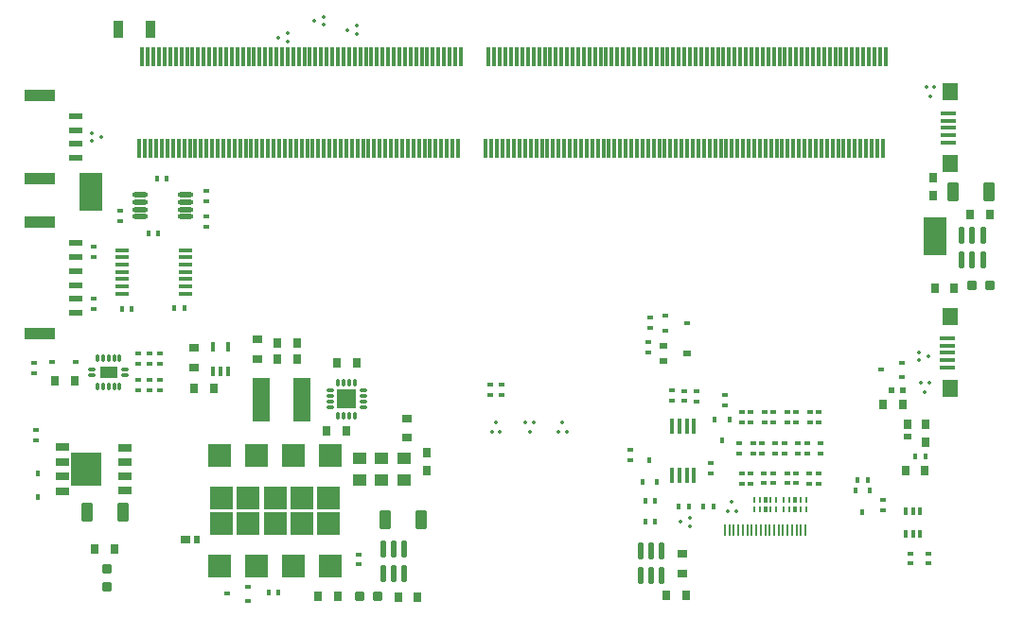
<source format=gtp>
G04*
G04 #@! TF.GenerationSoftware,Altium Limited,Altium Designer,20.1.11 (218)*
G04*
G04 Layer_Color=8421504*
%FSLAX44Y44*%
%MOMM*%
G71*
G04*
G04 #@! TF.SameCoordinates,4E8BECB8-10D7-4487-B94D-AC5258AA6689*
G04*
G04*
G04 #@! TF.FilePolarity,Positive*
G04*
G01*
G75*
%ADD19R,0.3000X1.7500*%
%ADD20R,2.0000X3.5000*%
%ADD21R,0.5500X0.7000*%
%ADD22R,0.9500X0.7000*%
%ADD23R,0.7000X0.9500*%
%ADD24R,0.7000X0.5500*%
%ADD25R,1.2500X0.6000*%
%ADD26R,2.7000X1.0000*%
%ADD27R,1.2000X0.6500*%
%ADD28R,0.5900X0.4500*%
%ADD29R,0.3500X0.8500*%
G04:AMPARAMS|DCode=30|XSize=0.4mm|YSize=1.2mm|CornerRadius=0.05mm|HoleSize=0mm|Usage=FLASHONLY|Rotation=270.000|XOffset=0mm|YOffset=0mm|HoleType=Round|Shape=RoundedRectangle|*
%AMROUNDEDRECTD30*
21,1,0.4000,1.1000,0,0,270.0*
21,1,0.3000,1.2000,0,0,270.0*
1,1,0.1000,-0.5500,-0.1500*
1,1,0.1000,-0.5500,0.1500*
1,1,0.1000,0.5500,0.1500*
1,1,0.1000,0.5500,-0.1500*
%
%ADD30ROUNDEDRECTD30*%
%ADD31O,0.3000X0.8000*%
%ADD32O,0.8000X0.3000*%
%ADD33R,1.5000X1.0000*%
G04:AMPARAMS|DCode=34|XSize=0.4mm|YSize=0.65mm|CornerRadius=0.05mm|HoleSize=0mm|Usage=FLASHONLY|Rotation=0.000|XOffset=0mm|YOffset=0mm|HoleType=Round|Shape=RoundedRectangle|*
%AMROUNDEDRECTD34*
21,1,0.4000,0.5500,0,0,0.0*
21,1,0.3000,0.6500,0,0,0.0*
1,1,0.1000,0.1500,-0.2750*
1,1,0.1000,-0.1500,-0.2750*
1,1,0.1000,-0.1500,0.2750*
1,1,0.1000,0.1500,0.2750*
%
%ADD34ROUNDEDRECTD34*%
%ADD35R,0.2300X1.0000*%
%ADD36R,0.8000X0.9000*%
%ADD37R,0.9000X1.6000*%
G04:AMPARAMS|DCode=38|XSize=0.2mm|YSize=0.565mm|CornerRadius=0.05mm|HoleSize=0mm|Usage=FLASHONLY|Rotation=180.000|XOffset=0mm|YOffset=0mm|HoleType=Round|Shape=RoundedRectangle|*
%AMROUNDEDRECTD38*
21,1,0.2000,0.4650,0,0,180.0*
21,1,0.1000,0.5650,0,0,180.0*
1,1,0.1000,-0.0500,0.2325*
1,1,0.1000,0.0500,0.2325*
1,1,0.1000,0.0500,-0.2325*
1,1,0.1000,-0.0500,-0.2325*
%
%ADD38ROUNDEDRECTD38*%
G04:AMPARAMS|DCode=39|XSize=0.34mm|YSize=0.505mm|CornerRadius=0.02mm|HoleSize=0mm|Usage=FLASHONLY|Rotation=180.000|XOffset=0mm|YOffset=0mm|HoleType=Round|Shape=RoundedRectangle|*
%AMROUNDEDRECTD39*
21,1,0.3400,0.4650,0,0,180.0*
21,1,0.3000,0.5050,0,0,180.0*
1,1,0.0400,-0.1500,0.2325*
1,1,0.0400,0.1500,0.2325*
1,1,0.0400,0.1500,-0.2325*
1,1,0.0400,-0.1500,-0.2325*
%
%ADD39ROUNDEDRECTD39*%
%ADD40R,1.3000X1.0000*%
G04:AMPARAMS|DCode=41|XSize=0.5mm|YSize=0.4mm|CornerRadius=0.02mm|HoleSize=0mm|Usage=FLASHONLY|Rotation=270.000|XOffset=0mm|YOffset=0mm|HoleType=Round|Shape=RoundedRectangle|*
%AMROUNDEDRECTD41*
21,1,0.5000,0.3600,0,0,270.0*
21,1,0.4600,0.4000,0,0,270.0*
1,1,0.0400,-0.1800,-0.2300*
1,1,0.0400,-0.1800,0.2300*
1,1,0.0400,0.1800,0.2300*
1,1,0.0400,0.1800,-0.2300*
%
%ADD41ROUNDEDRECTD41*%
G04:AMPARAMS|DCode=42|XSize=0.5mm|YSize=0.4mm|CornerRadius=0.02mm|HoleSize=0mm|Usage=FLASHONLY|Rotation=0.000|XOffset=0mm|YOffset=0mm|HoleType=Round|Shape=RoundedRectangle|*
%AMROUNDEDRECTD42*
21,1,0.5000,0.3600,0,0,0.0*
21,1,0.4600,0.4000,0,0,0.0*
1,1,0.0400,0.2300,-0.1800*
1,1,0.0400,-0.2300,-0.1800*
1,1,0.0400,-0.2300,0.1800*
1,1,0.0400,0.2300,0.1800*
%
%ADD42ROUNDEDRECTD42*%
%ADD43R,2.0000X2.0000*%
%ADD44R,0.5000X0.4000*%
%ADD45R,0.4000X0.5000*%
%ADD46R,1.4000X1.6000*%
%ADD47R,1.3500X0.4000*%
%ADD48R,0.7000X0.5000*%
%ADD49R,1.5000X4.0000*%
G04:AMPARAMS|DCode=50|XSize=0.8mm|YSize=0.7mm|CornerRadius=0.035mm|HoleSize=0mm|Usage=FLASHONLY|Rotation=0.000|XOffset=0mm|YOffset=0mm|HoleType=Round|Shape=RoundedRectangle|*
%AMROUNDEDRECTD50*
21,1,0.8000,0.6300,0,0,0.0*
21,1,0.7300,0.7000,0,0,0.0*
1,1,0.0700,0.3650,-0.3150*
1,1,0.0700,-0.3650,-0.3150*
1,1,0.0700,-0.3650,0.3150*
1,1,0.0700,0.3650,0.3150*
%
%ADD50ROUNDEDRECTD50*%
G04:AMPARAMS|DCode=51|XSize=0.8mm|YSize=0.7mm|CornerRadius=0.035mm|HoleSize=0mm|Usage=FLASHONLY|Rotation=90.000|XOffset=0mm|YOffset=0mm|HoleType=Round|Shape=RoundedRectangle|*
%AMROUNDEDRECTD51*
21,1,0.8000,0.6300,0,0,90.0*
21,1,0.7300,0.7000,0,0,90.0*
1,1,0.0700,0.3150,0.3650*
1,1,0.0700,0.3150,-0.3650*
1,1,0.0700,-0.3150,-0.3650*
1,1,0.0700,-0.3150,0.3650*
%
%ADD51ROUNDEDRECTD51*%
%ADD52O,0.5000X1.6000*%
G04:AMPARAMS|DCode=53|XSize=0.3mm|YSize=0.3mm|CornerRadius=0.03mm|HoleSize=0mm|Usage=FLASHONLY|Rotation=180.000|XOffset=0mm|YOffset=0mm|HoleType=Round|Shape=RoundedRectangle|*
%AMROUNDEDRECTD53*
21,1,0.3000,0.2400,0,0,180.0*
21,1,0.2400,0.3000,0,0,180.0*
1,1,0.0600,-0.1200,0.1200*
1,1,0.0600,0.1200,0.1200*
1,1,0.0600,0.1200,-0.1200*
1,1,0.0600,-0.1200,-0.1200*
%
%ADD53ROUNDEDRECTD53*%
G04:AMPARAMS|DCode=54|XSize=0.3mm|YSize=0.3mm|CornerRadius=0.03mm|HoleSize=0mm|Usage=FLASHONLY|Rotation=270.000|XOffset=0mm|YOffset=0mm|HoleType=Round|Shape=RoundedRectangle|*
%AMROUNDEDRECTD54*
21,1,0.3000,0.2400,0,0,270.0*
21,1,0.2400,0.3000,0,0,270.0*
1,1,0.0600,-0.1200,-0.1200*
1,1,0.0600,-0.1200,0.1200*
1,1,0.0600,0.1200,0.1200*
1,1,0.0600,0.1200,-0.1200*
%
%ADD54ROUNDEDRECTD54*%
%ADD55R,0.4500X1.4500*%
G04:AMPARAMS|DCode=56|XSize=1.7mm|YSize=1.7mm|CornerRadius=0.085mm|HoleSize=0mm|Usage=FLASHONLY|Rotation=270.000|XOffset=0mm|YOffset=0mm|HoleType=Round|Shape=RoundedRectangle|*
%AMROUNDEDRECTD56*
21,1,1.7000,1.5300,0,0,270.0*
21,1,1.5300,1.7000,0,0,270.0*
1,1,0.1700,-0.7650,-0.7650*
1,1,0.1700,-0.7650,0.7650*
1,1,0.1700,0.7650,0.7650*
1,1,0.1700,0.7650,-0.7650*
%
%ADD56ROUNDEDRECTD56*%
G04:AMPARAMS|DCode=57|XSize=1mm|YSize=1.7mm|CornerRadius=0.05mm|HoleSize=0mm|Usage=FLASHONLY|Rotation=180.000|XOffset=0mm|YOffset=0mm|HoleType=Round|Shape=RoundedRectangle|*
%AMROUNDEDRECTD57*
21,1,1.0000,1.6000,0,0,180.0*
21,1,0.9000,1.7000,0,0,180.0*
1,1,0.1000,-0.4500,0.8000*
1,1,0.1000,0.4500,0.8000*
1,1,0.1000,0.4500,-0.8000*
1,1,0.1000,-0.4500,-0.8000*
%
%ADD57ROUNDEDRECTD57*%
G04:AMPARAMS|DCode=58|XSize=0.8mm|YSize=0.8mm|CornerRadius=0.04mm|HoleSize=0mm|Usage=FLASHONLY|Rotation=0.000|XOffset=0mm|YOffset=0mm|HoleType=Round|Shape=RoundedRectangle|*
%AMROUNDEDRECTD58*
21,1,0.8000,0.7200,0,0,0.0*
21,1,0.7200,0.8000,0,0,0.0*
1,1,0.0800,0.3600,-0.3600*
1,1,0.0800,-0.3600,-0.3600*
1,1,0.0800,-0.3600,0.3600*
1,1,0.0800,0.3600,0.3600*
%
%ADD58ROUNDEDRECTD58*%
G04:AMPARAMS|DCode=59|XSize=0.8mm|YSize=0.8mm|CornerRadius=0.04mm|HoleSize=0mm|Usage=FLASHONLY|Rotation=90.000|XOffset=0mm|YOffset=0mm|HoleType=Round|Shape=RoundedRectangle|*
%AMROUNDEDRECTD59*
21,1,0.8000,0.7200,0,0,90.0*
21,1,0.7200,0.8000,0,0,90.0*
1,1,0.0800,0.3600,0.3600*
1,1,0.0800,0.3600,-0.3600*
1,1,0.0800,-0.3600,-0.3600*
1,1,0.0800,-0.3600,0.3600*
%
%ADD59ROUNDEDRECTD59*%
%ADD60R,0.4500X0.6000*%
%ADD61O,1.4000X0.4500*%
%ADD62R,0.6000X0.5000*%
G36*
X72498Y113252D02*
X45503D01*
Y142247D01*
X72498D01*
Y113252D01*
D02*
G37*
D19*
X611945Y414975D02*
D03*
X616945D02*
D03*
X626945D02*
D03*
X631945D02*
D03*
X641945D02*
D03*
X646945D02*
D03*
X656945D02*
D03*
X661945D02*
D03*
X671945D02*
D03*
X676945D02*
D03*
X716945D02*
D03*
X721945D02*
D03*
X701945D02*
D03*
X706945D02*
D03*
X686945D02*
D03*
X691945D02*
D03*
X731945D02*
D03*
X736945D02*
D03*
X761945D02*
D03*
X766945D02*
D03*
X719445Y496975D02*
D03*
X724445D02*
D03*
X704445D02*
D03*
X709445D02*
D03*
X689445D02*
D03*
X694445D02*
D03*
X291945Y414975D02*
D03*
X296945D02*
D03*
X336945D02*
D03*
X341945D02*
D03*
X499445Y496975D02*
D03*
X504445D02*
D03*
X734445D02*
D03*
X739445D02*
D03*
X349445D02*
D03*
X354445D02*
D03*
X614445D02*
D03*
X619445D02*
D03*
X674445D02*
D03*
X679445D02*
D03*
X109445D02*
D03*
X106945Y414975D02*
D03*
X114444Y496975D02*
D03*
X111945Y414975D02*
D03*
X119445Y496975D02*
D03*
X116945Y414975D02*
D03*
X124445Y496975D02*
D03*
X121945Y414975D02*
D03*
X129445Y496975D02*
D03*
X126945Y414975D02*
D03*
X134445Y496975D02*
D03*
X131945Y414975D02*
D03*
X139445Y496975D02*
D03*
X136945Y414975D02*
D03*
X144445Y496975D02*
D03*
X141945Y414975D02*
D03*
X149445Y496975D02*
D03*
X146945Y414975D02*
D03*
X154445Y496975D02*
D03*
X151945Y414975D02*
D03*
X159445Y496975D02*
D03*
X156945Y414975D02*
D03*
X164445Y496975D02*
D03*
X161945Y414975D02*
D03*
X169445Y496975D02*
D03*
X166945Y414975D02*
D03*
X174445Y496975D02*
D03*
X171945Y414975D02*
D03*
X179445Y496975D02*
D03*
X176945Y414975D02*
D03*
X184445Y496975D02*
D03*
X181945Y414975D02*
D03*
X189445Y496975D02*
D03*
X186945Y414975D02*
D03*
X194445Y496975D02*
D03*
X191945Y414975D02*
D03*
X199445Y496975D02*
D03*
X196945Y414975D02*
D03*
X204445Y496975D02*
D03*
X201945Y414975D02*
D03*
X209445Y496975D02*
D03*
X206945Y414975D02*
D03*
X214445Y496975D02*
D03*
X211945Y414975D02*
D03*
X219445Y496975D02*
D03*
X216945Y414975D02*
D03*
X224445Y496975D02*
D03*
X221945Y414975D02*
D03*
X229445Y496975D02*
D03*
X226945Y414975D02*
D03*
X234445Y496975D02*
D03*
X231945Y414975D02*
D03*
X239445Y496975D02*
D03*
X236945Y414975D02*
D03*
X244445Y496975D02*
D03*
X241945Y414975D02*
D03*
X249445Y496975D02*
D03*
X246945Y414975D02*
D03*
X254445Y496975D02*
D03*
X251945Y414975D02*
D03*
X259445Y496975D02*
D03*
X256945Y414975D02*
D03*
X264445Y496975D02*
D03*
X261945Y414975D02*
D03*
X269445Y496975D02*
D03*
X266945Y414975D02*
D03*
X274445Y496975D02*
D03*
X271945Y414975D02*
D03*
X279445Y496975D02*
D03*
X276945Y414975D02*
D03*
X284445Y496975D02*
D03*
X281945Y414975D02*
D03*
X289445Y496975D02*
D03*
X286945Y414975D02*
D03*
X294445Y496975D02*
D03*
X299445D02*
D03*
X304445D02*
D03*
X301945Y414975D02*
D03*
X309445Y496975D02*
D03*
X306945Y414975D02*
D03*
X314445Y496975D02*
D03*
X311945Y414975D02*
D03*
X319445Y496975D02*
D03*
X316945Y414975D02*
D03*
X324445Y496975D02*
D03*
X321945Y414975D02*
D03*
X329445Y496975D02*
D03*
X326945Y414975D02*
D03*
X364445Y496975D02*
D03*
X359445D02*
D03*
X344445D02*
D03*
X339445D02*
D03*
X334445D02*
D03*
X394445D02*
D03*
X389445D02*
D03*
X384445D02*
D03*
X379445D02*
D03*
X374445D02*
D03*
X369445D02*
D03*
X361945Y414975D02*
D03*
X356945D02*
D03*
X351945D02*
D03*
X346945D02*
D03*
X331945D02*
D03*
X391945D02*
D03*
X386945D02*
D03*
X381945D02*
D03*
X376945D02*
D03*
X371945D02*
D03*
X366945D02*
D03*
X681945D02*
D03*
X696945D02*
D03*
X651945D02*
D03*
X666945D02*
D03*
X684445Y496975D02*
D03*
X699445D02*
D03*
X644445D02*
D03*
X649445D02*
D03*
X654445D02*
D03*
X659445D02*
D03*
X664445D02*
D03*
X669445D02*
D03*
X636945Y414975D02*
D03*
X639445Y496975D02*
D03*
X634445D02*
D03*
X629445D02*
D03*
X621945Y414975D02*
D03*
X624445Y496975D02*
D03*
X606945Y414975D02*
D03*
X609445Y496975D02*
D03*
X601945Y414975D02*
D03*
X604445Y496975D02*
D03*
X596945Y414975D02*
D03*
X599444Y496975D02*
D03*
X591945Y414975D02*
D03*
X594445Y496975D02*
D03*
X586945Y414975D02*
D03*
X589445Y496975D02*
D03*
X581945Y414975D02*
D03*
X584445Y496975D02*
D03*
X576945Y414975D02*
D03*
X579445Y496975D02*
D03*
X571945Y414975D02*
D03*
X574445Y496975D02*
D03*
X566945Y414975D02*
D03*
X569445Y496975D02*
D03*
X561945Y414975D02*
D03*
X564445Y496975D02*
D03*
X556945Y414975D02*
D03*
X559445Y496975D02*
D03*
X551945Y414975D02*
D03*
X554445Y496975D02*
D03*
X546945Y414975D02*
D03*
X549445Y496975D02*
D03*
X541945Y414975D02*
D03*
X544445Y496975D02*
D03*
X536945Y414975D02*
D03*
X539445Y496975D02*
D03*
X531945Y414975D02*
D03*
X534445Y496975D02*
D03*
X526945Y414975D02*
D03*
X529445Y496975D02*
D03*
X521945Y414975D02*
D03*
X524445Y496975D02*
D03*
X516945Y414975D02*
D03*
X519445Y496975D02*
D03*
X511945Y414975D02*
D03*
X514445Y496975D02*
D03*
X506945Y414975D02*
D03*
X509445Y496975D02*
D03*
X501945Y414975D02*
D03*
X496945D02*
D03*
X491945D02*
D03*
X494445Y496975D02*
D03*
X486945Y414975D02*
D03*
X489445Y496975D02*
D03*
X481945Y414975D02*
D03*
X484445Y496975D02*
D03*
X476945Y414975D02*
D03*
X479445Y496975D02*
D03*
X471945Y414975D02*
D03*
X474445Y496975D02*
D03*
X466945Y414975D02*
D03*
X469445Y496975D02*
D03*
X461945Y414975D02*
D03*
X464445Y496975D02*
D03*
X456945Y414975D02*
D03*
X459445Y496975D02*
D03*
X451945Y414975D02*
D03*
X454445Y496975D02*
D03*
X446945Y414975D02*
D03*
X449445Y496975D02*
D03*
X441945Y414975D02*
D03*
X444445Y496975D02*
D03*
X436945Y414975D02*
D03*
X439445Y496975D02*
D03*
X431944Y414975D02*
D03*
X434444Y496975D02*
D03*
X426945Y414975D02*
D03*
X429445Y496975D02*
D03*
X421944Y414975D02*
D03*
X424444Y496975D02*
D03*
X416945Y414975D02*
D03*
X419444Y496975D02*
D03*
X714445D02*
D03*
X749445D02*
D03*
X744445D02*
D03*
X729445D02*
D03*
X711945Y414975D02*
D03*
X746945D02*
D03*
X741945D02*
D03*
X726945D02*
D03*
X751945D02*
D03*
X756945D02*
D03*
X771945D02*
D03*
X754445Y496975D02*
D03*
X759445D02*
D03*
X764445D02*
D03*
X769445D02*
D03*
X774445D02*
D03*
D20*
X818445Y335975D02*
D03*
X63444Y375975D02*
D03*
D21*
X158500Y65000D02*
D03*
D22*
X148000D02*
D03*
D23*
X794250Y167750D02*
D03*
D24*
Y157250D02*
D03*
D25*
X49500Y444000D02*
D03*
Y406500D02*
D03*
Y431500D02*
D03*
Y419000D02*
D03*
Y330249D02*
D03*
Y317749D02*
D03*
Y305249D02*
D03*
Y292749D02*
D03*
Y280249D02*
D03*
Y267749D02*
D03*
D26*
X17500Y462750D02*
D03*
Y387750D02*
D03*
Y348999D02*
D03*
Y248999D02*
D03*
D27*
X37810Y107683D02*
D03*
Y121145D02*
D03*
Y134354D02*
D03*
Y147816D02*
D03*
X94000Y146799D02*
D03*
Y134100D02*
D03*
Y121399D02*
D03*
Y108700D02*
D03*
D28*
X28450Y223500D02*
D03*
X49550D02*
D03*
D29*
X173000Y237000D02*
D03*
X186000D02*
D03*
Y215000D02*
D03*
X179500D02*
D03*
X173000D02*
D03*
D30*
X148000Y285000D02*
D03*
Y291500D02*
D03*
Y298000D02*
D03*
Y304500D02*
D03*
Y311000D02*
D03*
Y317500D02*
D03*
Y324000D02*
D03*
X91000Y285000D02*
D03*
Y291500D02*
D03*
Y298000D02*
D03*
Y304500D02*
D03*
Y311000D02*
D03*
Y317500D02*
D03*
Y324000D02*
D03*
D31*
X89250Y227000D02*
D03*
X84250D02*
D03*
X79250D02*
D03*
X74250D02*
D03*
X69250D02*
D03*
Y202000D02*
D03*
X74250D02*
D03*
X79250D02*
D03*
X84250D02*
D03*
X89250D02*
D03*
X284750Y175500D02*
D03*
X289750D02*
D03*
X294750D02*
D03*
X299750D02*
D03*
Y205500D02*
D03*
X294750D02*
D03*
X289750D02*
D03*
X284750D02*
D03*
D32*
X64250Y217000D02*
D03*
Y212000D02*
D03*
X94250D02*
D03*
Y217000D02*
D03*
X307250Y183000D02*
D03*
Y188000D02*
D03*
Y193000D02*
D03*
Y198000D02*
D03*
X277250D02*
D03*
Y193000D02*
D03*
Y188000D02*
D03*
Y183000D02*
D03*
D33*
X79250Y214500D02*
D03*
D34*
X805500Y69750D02*
D03*
X799000D02*
D03*
X792500D02*
D03*
Y90250D02*
D03*
X799000D02*
D03*
X805500D02*
D03*
D35*
X694750Y73250D02*
D03*
X682750D02*
D03*
X670750D02*
D03*
X658750D02*
D03*
X654750D02*
D03*
X650750D02*
D03*
X646750D02*
D03*
X642750D02*
D03*
X638750D02*
D03*
X634750D02*
D03*
X630750D02*
D03*
X666750D02*
D03*
X662750D02*
D03*
X678750D02*
D03*
X674750D02*
D03*
X690750D02*
D03*
X686750D02*
D03*
X702750D02*
D03*
X698750D02*
D03*
D36*
X364000Y142500D02*
D03*
Y126500D02*
D03*
X817250Y372750D02*
D03*
Y388750D02*
D03*
X810250Y151750D02*
D03*
Y167750D02*
D03*
D37*
X87749Y522000D02*
D03*
X116749D02*
D03*
D38*
X676750Y91825D02*
D03*
X671750D02*
D03*
X661750D02*
D03*
X656750D02*
D03*
Y100170D02*
D03*
X661750D02*
D03*
X671750D02*
D03*
X676750D02*
D03*
X703250Y100170D02*
D03*
X698250D02*
D03*
X688250D02*
D03*
X683250D02*
D03*
Y91825D02*
D03*
X688250D02*
D03*
X698250D02*
D03*
X703250D02*
D03*
D39*
X666750Y91825D02*
D03*
Y100170D02*
D03*
X693250Y100170D02*
D03*
Y91825D02*
D03*
D40*
X304000Y117500D02*
D03*
Y137500D02*
D03*
X323750D02*
D03*
Y117500D02*
D03*
X343750D02*
D03*
Y137500D02*
D03*
D41*
X222250Y17500D02*
D03*
X231250D02*
D03*
X122444Y387750D02*
D03*
X131445D02*
D03*
X114944Y338750D02*
D03*
X123945D02*
D03*
X598500Y94000D02*
D03*
X589500D02*
D03*
X620250Y94250D02*
D03*
X611250D02*
D03*
X568500Y80250D02*
D03*
X559500D02*
D03*
X568500Y99250D02*
D03*
X559500D02*
D03*
X749250Y117750D02*
D03*
X758250D02*
D03*
X810250Y139000D02*
D03*
X801250D02*
D03*
X91250Y271500D02*
D03*
X100250D02*
D03*
X147250Y271750D02*
D03*
X138250D02*
D03*
D42*
X302750Y51250D02*
D03*
Y42250D02*
D03*
X14500Y162750D02*
D03*
Y153750D02*
D03*
X65750Y317647D02*
D03*
Y326646D02*
D03*
Y271249D02*
D03*
Y280249D02*
D03*
X115750Y198500D02*
D03*
Y207500D02*
D03*
X12750Y214000D02*
D03*
Y223000D02*
D03*
X115750Y222000D02*
D03*
Y231000D02*
D03*
X106000Y222000D02*
D03*
Y231000D02*
D03*
X125500Y222000D02*
D03*
Y231000D02*
D03*
X167000Y345000D02*
D03*
Y354000D02*
D03*
X630500Y184750D02*
D03*
Y193750D02*
D03*
X583500Y198250D02*
D03*
Y189250D02*
D03*
X594250Y188750D02*
D03*
Y197750D02*
D03*
X546000Y135750D02*
D03*
Y144750D02*
D03*
X564250Y254250D02*
D03*
Y263250D02*
D03*
X561750Y241250D02*
D03*
Y232250D02*
D03*
X797000Y52000D02*
D03*
Y43000D02*
D03*
X772500Y91000D02*
D03*
Y100000D02*
D03*
X812750Y52000D02*
D03*
Y43000D02*
D03*
X646000Y123750D02*
D03*
Y114750D02*
D03*
X654000D02*
D03*
Y123750D02*
D03*
X665750Y124000D02*
D03*
Y115000D02*
D03*
X673750D02*
D03*
Y124000D02*
D03*
X686250Y124000D02*
D03*
Y115000D02*
D03*
X694250D02*
D03*
Y124000D02*
D03*
X706500Y123750D02*
D03*
Y114750D02*
D03*
X714500D02*
D03*
Y123750D02*
D03*
X643750Y150750D02*
D03*
Y141750D02*
D03*
X655751D02*
D03*
Y150750D02*
D03*
X664000D02*
D03*
Y141750D02*
D03*
X676001D02*
D03*
Y150750D02*
D03*
X684250D02*
D03*
Y141750D02*
D03*
X696251D02*
D03*
Y150750D02*
D03*
X704500D02*
D03*
Y141750D02*
D03*
X716500D02*
D03*
Y150750D02*
D03*
X646250Y169750D02*
D03*
Y178750D02*
D03*
X653500D02*
D03*
Y169750D02*
D03*
X666500D02*
D03*
Y178750D02*
D03*
X673750D02*
D03*
Y169750D02*
D03*
X686750D02*
D03*
Y178750D02*
D03*
X694000D02*
D03*
Y169750D02*
D03*
X707000Y169750D02*
D03*
Y178750D02*
D03*
X714250D02*
D03*
Y169750D02*
D03*
X618250Y124000D02*
D03*
Y133000D02*
D03*
X605750Y197500D02*
D03*
Y188500D02*
D03*
X431000Y203250D02*
D03*
Y194250D02*
D03*
X421000D02*
D03*
Y203250D02*
D03*
X125500Y198500D02*
D03*
Y207500D02*
D03*
X167000Y377000D02*
D03*
Y368000D02*
D03*
X90000Y350000D02*
D03*
Y359000D02*
D03*
X106000Y207500D02*
D03*
Y198500D02*
D03*
D43*
X178750Y41250D02*
D03*
X211750D02*
D03*
X244750D02*
D03*
X277750D02*
D03*
Y140250D02*
D03*
X244750D02*
D03*
X211750D02*
D03*
X178750D02*
D03*
X180250Y79250D02*
D03*
X204250D02*
D03*
X228250D02*
D03*
X252250D02*
D03*
X276250D02*
D03*
Y102250D02*
D03*
X252250D02*
D03*
X228250D02*
D03*
X204250D02*
D03*
X180250D02*
D03*
D44*
X770250Y216750D02*
D03*
X789250Y223250D02*
D03*
Y210250D02*
D03*
X204000Y9500D02*
D03*
Y22500D02*
D03*
X185000Y16000D02*
D03*
X596750Y258500D02*
D03*
X577750Y252000D02*
D03*
Y265000D02*
D03*
D45*
X628250Y153500D02*
D03*
X621750Y172500D02*
D03*
X634750D02*
D03*
X556750Y116500D02*
D03*
X569750D02*
D03*
X563250Y135500D02*
D03*
X760250Y108250D02*
D03*
X747250D02*
D03*
X753750Y89250D02*
D03*
D46*
X832000Y264000D02*
D03*
Y200000D02*
D03*
X832500Y401500D02*
D03*
Y465500D02*
D03*
D47*
X829750Y245000D02*
D03*
Y238500D02*
D03*
Y231999D02*
D03*
Y225499D02*
D03*
Y219000D02*
D03*
X830250Y420500D02*
D03*
Y427000D02*
D03*
Y433500D02*
D03*
Y440000D02*
D03*
Y446501D02*
D03*
D48*
X596500Y231250D02*
D03*
X575500Y224750D02*
D03*
Y237750D02*
D03*
D49*
X252000Y190000D02*
D03*
X216000D02*
D03*
D50*
X346000Y173250D02*
D03*
Y155750D02*
D03*
X212750Y243750D02*
D03*
Y226250D02*
D03*
X593000Y51750D02*
D03*
Y34250D02*
D03*
X156000Y236500D02*
D03*
Y219000D02*
D03*
D51*
X789500Y186000D02*
D03*
X772000D02*
D03*
X267000Y13500D02*
D03*
X284500D02*
D03*
X338250Y13250D02*
D03*
X355750D02*
D03*
X67000Y55750D02*
D03*
X84500D02*
D03*
X818500Y289500D02*
D03*
X836000D02*
D03*
X850250Y356000D02*
D03*
X867750D02*
D03*
X596000Y14750D02*
D03*
X578500D02*
D03*
X792250Y126000D02*
D03*
X809750D02*
D03*
X248000Y226250D02*
D03*
X230500D02*
D03*
X248000Y240750D02*
D03*
X230500D02*
D03*
X48750Y207000D02*
D03*
X31250D02*
D03*
X301250Y223000D02*
D03*
X283750D02*
D03*
X155750Y199750D02*
D03*
X173250D02*
D03*
X291750Y162000D02*
D03*
X274250D02*
D03*
D52*
X344000Y55750D02*
D03*
X334500D02*
D03*
X325000D02*
D03*
X344000Y33750D02*
D03*
X334500D02*
D03*
X325000D02*
D03*
X861500Y337000D02*
D03*
X852000D02*
D03*
X842500D02*
D03*
X861500Y315000D02*
D03*
X852000D02*
D03*
X842500D02*
D03*
X574250Y54750D02*
D03*
X564750D02*
D03*
X555250D02*
D03*
X574250Y32750D02*
D03*
X564750D02*
D03*
X555250D02*
D03*
D53*
X459500Y169750D02*
D03*
X452500D02*
D03*
X456000Y161250D02*
D03*
X813250Y204750D02*
D03*
X806250D02*
D03*
X809750Y196250D02*
D03*
X485500Y169750D02*
D03*
X489000Y161250D02*
D03*
X482000D02*
D03*
X422500D02*
D03*
X429500D02*
D03*
X426000Y169750D02*
D03*
X637000Y98250D02*
D03*
X640500Y89750D02*
D03*
X633500D02*
D03*
X814500Y461750D02*
D03*
X811000Y470250D02*
D03*
X818000D02*
D03*
D54*
X812750Y228750D02*
D03*
X804250Y225250D02*
D03*
Y232250D02*
D03*
X599500Y76750D02*
D03*
Y83750D02*
D03*
X591000Y80250D02*
D03*
X301000Y517750D02*
D03*
Y524750D02*
D03*
X292500Y521250D02*
D03*
X263000Y529500D02*
D03*
X271500Y533000D02*
D03*
Y526000D02*
D03*
X239250Y511000D02*
D03*
Y518000D02*
D03*
X230750Y514500D02*
D03*
X73000Y425250D02*
D03*
X64500Y421750D02*
D03*
Y428750D02*
D03*
D55*
X603000Y122000D02*
D03*
X596500D02*
D03*
X590000D02*
D03*
X583500D02*
D03*
Y166000D02*
D03*
X590000D02*
D03*
X596500D02*
D03*
X603000D02*
D03*
D56*
X292250Y190500D02*
D03*
D57*
X866750Y376250D02*
D03*
X834750D02*
D03*
X359000Y82000D02*
D03*
X327000D02*
D03*
X92250Y88750D02*
D03*
X60250D02*
D03*
D58*
X851750Y292000D02*
D03*
X867750D02*
D03*
X320250Y13500D02*
D03*
X304250D02*
D03*
D59*
X78000Y22000D02*
D03*
Y38000D02*
D03*
D60*
X16250Y123750D02*
D03*
Y102750D02*
D03*
D61*
X148500Y353750D02*
D03*
Y360250D02*
D03*
Y366750D02*
D03*
Y373250D02*
D03*
X107500Y353750D02*
D03*
Y360250D02*
D03*
Y366750D02*
D03*
Y373250D02*
D03*
D62*
X779500Y198250D02*
D03*
X789500D02*
D03*
M02*

</source>
